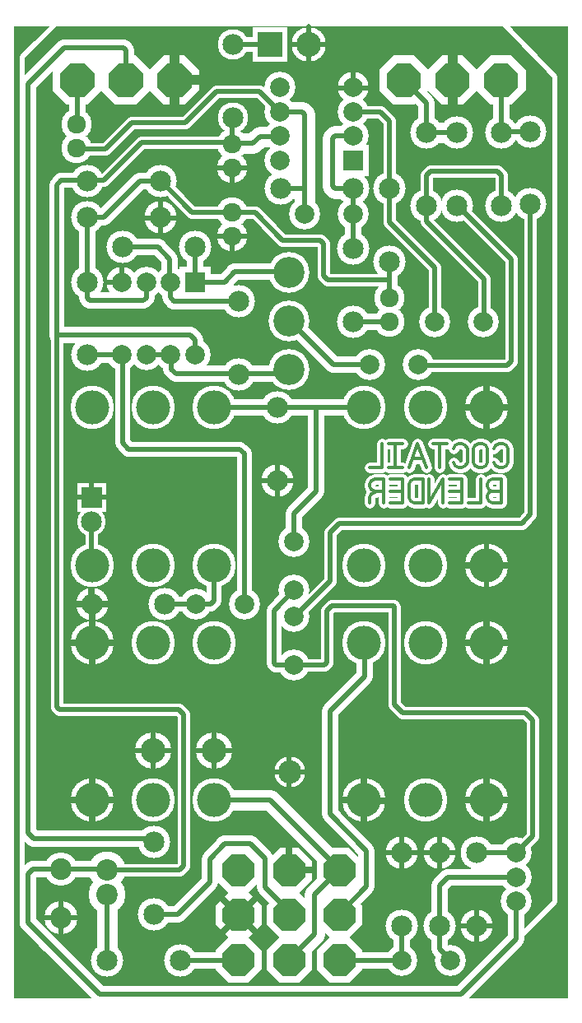
<source format=gbr>
%FSLAX34Y34*%
%MOMM*%
%LNCOPPER_BOTTOM*%
G71*
G01*
%ADD10C, 4.490*%
%ADD11C, 3.800*%
%ADD12C, 0.700*%
%ADD13C, 2.100*%
%ADD14C, 3.340*%
%ADD15C, 1.700*%
%ADD16C, 3.200*%
%ADD17C, 0.500*%
%ADD18C, 1.000*%
%ADD19C, 1.500*%
%ADD20C, 3.420*%
%ADD21C, 4.200*%
%ADD22C, 3.120*%
%ADD23C, 3.140*%
%ADD24C, 3.560*%
%ADD25C, 1.300*%
%ADD26C, 3.760*%
%ADD27C, 1.100*%
%ADD28C, 2.940*%
%ADD29C, 3.490*%
%ADD30C, 2.200*%
%ADD31C, 2.140*%
%ADD32C, 2.000*%
%ADD33C, 2.220*%
%ADD34C, 3.200*%
%ADD35C, 1.920*%
%ADD36C, 2.560*%
%ADD37C, 2.560*%
%ADD38C, 0.300*%
%ADD39C, 2.400*%
%LPD*%
G36*
X-60000Y60000D02*
X510000Y60000D01*
X510000Y-940000D01*
X-60000Y-940000D01*
X-60000Y60000D01*
G37*
%LPC*%
X426200Y-735950D02*
G54D10*
D03*
X363200Y-735950D02*
G54D10*
D03*
X300200Y-735950D02*
G54D10*
D03*
X300200Y-573950D02*
G54D10*
D03*
X363200Y-573950D02*
G54D10*
D03*
X426200Y-573950D02*
G54D10*
D03*
G36*
X199700Y-844197D02*
X213447Y-830450D01*
X232953Y-830450D01*
X246700Y-844197D01*
X246700Y-863703D01*
X232953Y-877450D01*
X213447Y-877450D01*
X199700Y-863703D01*
X199700Y-844197D01*
G37*
G36*
X147700Y-844197D02*
X161447Y-830450D01*
X180953Y-830450D01*
X194700Y-844197D01*
X194700Y-863703D01*
X180953Y-877450D01*
X161447Y-877450D01*
X147700Y-863703D01*
X147700Y-844197D01*
G37*
G36*
X251700Y-844197D02*
X265447Y-830450D01*
X284953Y-830450D01*
X298700Y-844197D01*
X298700Y-863703D01*
X284953Y-877450D01*
X265447Y-877450D01*
X251700Y-863703D01*
X251700Y-844197D01*
G37*
G36*
X251700Y-890197D02*
X265447Y-876450D01*
X284953Y-876450D01*
X298700Y-890197D01*
X298700Y-909703D01*
X284953Y-923450D01*
X265447Y-923450D01*
X251700Y-909703D01*
X251700Y-890197D01*
G37*
G36*
X199700Y-890197D02*
X213447Y-876450D01*
X232953Y-876450D01*
X246700Y-890197D01*
X246700Y-909703D01*
X232953Y-923450D01*
X213447Y-923450D01*
X199700Y-909703D01*
X199700Y-890197D01*
G37*
G36*
X147700Y-890197D02*
X161447Y-876450D01*
X180953Y-876450D01*
X194700Y-890197D01*
X194700Y-909703D01*
X180953Y-923450D01*
X161447Y-923450D01*
X147700Y-909703D01*
X147700Y-890197D01*
G37*
G36*
X251700Y-798197D02*
X265447Y-784450D01*
X284953Y-784450D01*
X298700Y-798197D01*
X298700Y-817703D01*
X284953Y-831450D01*
X265447Y-831450D01*
X251700Y-817703D01*
X251700Y-798197D01*
G37*
G36*
X199700Y-798197D02*
X213447Y-784450D01*
X232953Y-784450D01*
X246700Y-798197D01*
X246700Y-817703D01*
X232953Y-831450D01*
X213447Y-831450D01*
X199700Y-817703D01*
X199700Y-798197D01*
G37*
G36*
X147700Y-798197D02*
X161447Y-784450D01*
X180953Y-784450D01*
X194700Y-798197D01*
X194700Y-817703D01*
X180953Y-831450D01*
X161447Y-831450D01*
X147700Y-817703D01*
X147700Y-798197D01*
G37*
X20200Y-573950D02*
G54D10*
D03*
X83200Y-573950D02*
G54D10*
D03*
X146200Y-573950D02*
G54D10*
D03*
X146200Y-735950D02*
G54D10*
D03*
X83200Y-735950D02*
G54D10*
D03*
X20200Y-735950D02*
G54D10*
D03*
X426200Y-493950D02*
G54D10*
D03*
X363200Y-493950D02*
G54D10*
D03*
X300200Y-493950D02*
G54D10*
D03*
X300200Y-331950D02*
G54D10*
D03*
X363200Y-331950D02*
G54D10*
D03*
X426200Y-331950D02*
G54D10*
D03*
X20200Y-331950D02*
G54D10*
D03*
X83200Y-331950D02*
G54D10*
D03*
X146200Y-331950D02*
G54D10*
D03*
X146200Y-493950D02*
G54D10*
D03*
X83200Y-493950D02*
G54D10*
D03*
X20200Y-493950D02*
G54D10*
D03*
X36200Y-832950D02*
G54D11*
D03*
X36200Y-807550D02*
G54D11*
D03*
G54D12*
X-3800Y-573950D02*
X47200Y-573950D01*
G54D12*
X20200Y-598950D02*
X20200Y-547950D01*
G54D12*
X20200Y-709950D02*
X20200Y-760950D01*
G54D12*
X47200Y-735950D02*
X-5800Y-735950D01*
G54D12*
X426200Y-760950D02*
X426200Y-709950D01*
G54D12*
X404200Y-735950D02*
X453200Y-735950D01*
G54D12*
X403200Y-573950D02*
X452200Y-573950D01*
G54D12*
X426200Y-599950D02*
X426200Y-550950D01*
G54D12*
X403200Y-493950D02*
X451200Y-493950D01*
G54D12*
X402000Y-331950D02*
X451200Y-331950D01*
G54D12*
X426200Y-355950D02*
X426200Y-306950D01*
G54D12*
X171200Y-853950D02*
X187200Y-869950D01*
G54D12*
X171200Y-853950D02*
X155200Y-837950D01*
G54D12*
X171200Y-853950D02*
X187200Y-837950D01*
G54D12*
X171200Y-853950D02*
X171200Y-854950D01*
X156200Y-869950D01*
G54D13*
X272200Y-807950D02*
X272200Y-809950D01*
X249200Y-832950D01*
X249200Y-873950D01*
X221200Y-901950D01*
G54D13*
X146200Y-735950D02*
X203200Y-735950D01*
X274200Y-806950D01*
X35900Y-900950D02*
G54D14*
D03*
X110900Y-900950D02*
G54D14*
D03*
X35900Y-900950D02*
G54D14*
D03*
X110900Y-900950D02*
G54D14*
D03*
G54D15*
X170200Y-900950D02*
X113200Y-900950D01*
X112200Y-899950D01*
G54D12*
X300200Y-759950D02*
X300200Y-712950D01*
G54D12*
X327600Y-736050D02*
X277800Y-735850D01*
G54D12*
X223200Y-806950D02*
X223200Y-779950D01*
G54D12*
X224200Y-807950D02*
X248200Y-807950D01*
X456700Y-789950D02*
G54D16*
D03*
X456700Y-839950D02*
G54D16*
D03*
X456700Y-814950D02*
G54D16*
D03*
X339200Y-900950D02*
G54D16*
D03*
X389200Y-900950D02*
G54D16*
D03*
X339200Y-789950D02*
G54D14*
D03*
X339200Y-864950D02*
G54D14*
D03*
X339200Y-789950D02*
G54D14*
D03*
X339200Y-864950D02*
G54D14*
D03*
X83800Y-778650D02*
G54D14*
D03*
X83800Y-853650D02*
G54D14*
D03*
X83800Y-778650D02*
G54D14*
D03*
X83800Y-853650D02*
G54D14*
D03*
X177200Y-533950D02*
G54D16*
D03*
X127200Y-533950D02*
G54D16*
D03*
X20200Y-533950D02*
G54D14*
D03*
X95200Y-533950D02*
G54D14*
D03*
X20200Y-533950D02*
G54D14*
D03*
X95200Y-533950D02*
G54D14*
D03*
G54D12*
X20200Y-547950D02*
X20100Y-519750D01*
G54D12*
X2200Y-533950D02*
X36200Y-533950D01*
X238973Y-133150D02*
G54D16*
D03*
X288973Y-133150D02*
G54D16*
D03*
G54D17*
X321200Y-789950D02*
X358200Y-789950D01*
G54D17*
X339200Y-807950D02*
X339200Y-769950D01*
G54D13*
X36200Y-900950D02*
X36200Y-832950D01*
X39200Y-829950D01*
G36*
X15783Y30550D02*
X30700Y15633D01*
X30700Y-5533D01*
X15783Y-20450D01*
X-5383Y-20450D01*
X-20300Y-5533D01*
X-20300Y15633D01*
X-5383Y30550D01*
X15783Y30550D01*
G37*
G36*
X65783Y30550D02*
X80700Y15633D01*
X80700Y-5533D01*
X65783Y-20450D01*
X44617Y-20450D01*
X29700Y-5533D01*
X29700Y15633D01*
X44617Y30550D01*
X65783Y30550D01*
G37*
G36*
X115783Y30550D02*
X130700Y15633D01*
X130700Y-5533D01*
X115783Y-20450D01*
X94617Y-20450D01*
X79700Y-5533D01*
X79700Y15633D01*
X94617Y30550D01*
X115783Y30550D01*
G37*
G36*
X351783Y30550D02*
X366700Y15633D01*
X366700Y-5533D01*
X351783Y-20450D01*
X330617Y-20450D01*
X315700Y-5533D01*
X315700Y15633D01*
X330617Y30550D01*
X351783Y30550D01*
G37*
G36*
X401783Y30550D02*
X416700Y15633D01*
X416700Y-5533D01*
X401783Y-20450D01*
X380617Y-20450D01*
X365700Y-5533D01*
X365700Y15633D01*
X380617Y30550D01*
X401783Y30550D01*
G37*
G36*
X451783Y30550D02*
X466700Y15633D01*
X466700Y-5533D01*
X451783Y-20450D01*
X430617Y-20450D01*
X415700Y-5533D01*
X415700Y15633D01*
X430617Y30550D01*
X451783Y30550D01*
G37*
G54D18*
X391200Y-21950D02*
X391200Y34050D01*
G54D18*
X105200Y-24950D02*
X105200Y34050D01*
G54D18*
X106200Y5050D02*
X136200Y5050D01*
X471200Y-47950D02*
G54D14*
D03*
X471200Y-122950D02*
G54D14*
D03*
X471200Y-47950D02*
G54D14*
D03*
X471200Y-122950D02*
G54D14*
D03*
G54D19*
X96200Y-533950D02*
X142800Y-533750D01*
X146100Y-530850D01*
X146200Y-497950D01*
X147200Y-496950D01*
X101200Y-202950D02*
G54D16*
D03*
X101200Y-277950D02*
G54D16*
D03*
X76200Y-277950D02*
G54D16*
D03*
X51200Y-277950D02*
G54D16*
D03*
X126200Y-277950D02*
G54D16*
D03*
X76200Y-202950D02*
G54D16*
D03*
X51200Y-202950D02*
G54D16*
D03*
G36*
X110200Y-218950D02*
X110200Y-186950D01*
X142200Y-186950D01*
X142200Y-218950D01*
X110200Y-218950D01*
G37*
G54D17*
X51200Y-186250D02*
X51200Y-201950D01*
G54D17*
X50200Y-202950D02*
X35200Y-202950D01*
X15200Y-277950D02*
G54D14*
D03*
X15200Y-202950D02*
G54D14*
D03*
X15200Y-277950D02*
G54D14*
D03*
X15200Y-202950D02*
G54D14*
D03*
X51541Y-166491D02*
G54D14*
D03*
X126541Y-166491D02*
G54D14*
D03*
X51541Y-166491D02*
G54D14*
D03*
X126541Y-166491D02*
G54D14*
D03*
X-11800Y-806950D02*
G54D20*
D03*
X-11800Y-856950D02*
G54D20*
D03*
G54D15*
X36200Y-806950D02*
X-19800Y-806950D01*
G54D17*
X-29800Y-856950D02*
X6200Y-856950D01*
G54D17*
X-11800Y-874950D02*
X-11800Y-837950D01*
G54D15*
X76200Y-277950D02*
X99200Y-277950D01*
X100200Y-276950D01*
G54D15*
X15200Y-277950D02*
X51200Y-277950D01*
X52200Y-276950D01*
X171300Y-297550D02*
G54D14*
D03*
X171300Y-222550D02*
G54D14*
D03*
X171300Y-297550D02*
G54D14*
D03*
X171300Y-222550D02*
G54D14*
D03*
G54D15*
X126200Y-202950D02*
X126200Y-165950D01*
G54D15*
X100200Y-202950D02*
X100200Y-178950D01*
X88200Y-166950D01*
X55200Y-166950D01*
X54200Y-165950D01*
G54D15*
X15200Y-202950D02*
X15200Y-218950D01*
X18200Y-221950D01*
X73200Y-221950D01*
X76200Y-218950D01*
X76200Y-202950D01*
X223200Y-242950D02*
G54D21*
D03*
X223200Y-192950D02*
G54D21*
D03*
X223200Y-292950D02*
G54D21*
D03*
X211200Y-406950D02*
G54D14*
D03*
X211200Y-331950D02*
G54D14*
D03*
X211200Y-406950D02*
G54D14*
D03*
X211200Y-331950D02*
G54D14*
D03*
G54D15*
X146200Y-331950D02*
X301200Y-331950D01*
X355708Y-288021D02*
G54D16*
D03*
X305708Y-288021D02*
G54D16*
D03*
X214200Y-106950D02*
G54D14*
D03*
X289200Y-106950D02*
G54D14*
D03*
X214200Y-106950D02*
G54D14*
D03*
X289200Y-106950D02*
G54D14*
D03*
X228200Y-469950D02*
G54D16*
D03*
X228200Y-519950D02*
G54D16*
D03*
X378200Y-789950D02*
G54D14*
D03*
X378200Y-864950D02*
G54D14*
D03*
X378200Y-789950D02*
G54D14*
D03*
X378200Y-864950D02*
G54D14*
D03*
G54D17*
X360200Y-789950D02*
X397200Y-789950D01*
G54D17*
X378200Y-807950D02*
X378200Y-769950D01*
X441200Y-48950D02*
G54D14*
D03*
X441200Y-123950D02*
G54D14*
D03*
X441200Y-48950D02*
G54D14*
D03*
X441200Y-123950D02*
G54D14*
D03*
X396000Y-48950D02*
G54D14*
D03*
X396000Y-123950D02*
G54D14*
D03*
X396000Y-48950D02*
G54D14*
D03*
X396000Y-123950D02*
G54D14*
D03*
X364700Y-48950D02*
G54D14*
D03*
X364700Y-123950D02*
G54D14*
D03*
X364700Y-48950D02*
G54D14*
D03*
X364700Y-123950D02*
G54D14*
D03*
G54D15*
X471200Y-47950D02*
X441200Y-47950D01*
X441200Y7050D01*
X440200Y8050D01*
X373041Y-243479D02*
G54D16*
D03*
X423041Y-243479D02*
G54D16*
D03*
X15800Y-136550D02*
G54D14*
D03*
X90800Y-136550D02*
G54D14*
D03*
X15800Y-136550D02*
G54D14*
D03*
X90800Y-136550D02*
G54D14*
D03*
X15800Y-98550D02*
G54D14*
D03*
X90800Y-98550D02*
G54D14*
D03*
X15800Y-98550D02*
G54D14*
D03*
X90800Y-98550D02*
G54D14*
D03*
G54D17*
X73200Y-136950D02*
X109200Y-136950D01*
G54D17*
X91200Y-118950D02*
X91200Y-153950D01*
X4900Y-40450D02*
G54D22*
D03*
X4900Y-65450D02*
G54D22*
D03*
G54D15*
X5200Y-37950D02*
X5200Y9050D01*
X6200Y10050D01*
X164810Y-155930D02*
G54D22*
D03*
X164810Y-130930D02*
G54D22*
D03*
G54D17*
X147810Y-155930D02*
X182810Y-155930D01*
G54D17*
X164810Y-155930D02*
X164810Y-171931D01*
X288843Y-52672D02*
G54D16*
D03*
X213843Y-52672D02*
G54D16*
D03*
X213843Y-27672D02*
G54D16*
D03*
X213843Y-2672D02*
G54D16*
D03*
X213843Y-77672D02*
G54D16*
D03*
X288843Y-27672D02*
G54D16*
D03*
X288843Y-2672D02*
G54D16*
D03*
G36*
X272843Y-61672D02*
X304843Y-61672D01*
X304843Y-93672D01*
X272843Y-93672D01*
X272843Y-61672D01*
G37*
X416200Y-865150D02*
G54D14*
D03*
X416200Y-790150D02*
G54D14*
D03*
X416200Y-865150D02*
G54D14*
D03*
X416200Y-790150D02*
G54D14*
D03*
G54D17*
X398200Y-865150D02*
X435200Y-865150D01*
G54D17*
X416200Y-847150D02*
X416200Y-885150D01*
G54D15*
X455200Y-789950D02*
X438200Y-789950D01*
X416200Y-789950D01*
X415200Y-790950D01*
X228200Y-546950D02*
G54D16*
D03*
X228200Y-596950D02*
G54D16*
D03*
G54D17*
X426200Y-518950D02*
X426200Y-468950D01*
G54D15*
X339200Y-864950D02*
X339200Y-901950D01*
X338200Y-902950D01*
G54D15*
X338200Y-900950D02*
X282200Y-900950D01*
X278200Y-896950D01*
G54D15*
X378200Y-863950D02*
X378200Y-888950D01*
X389200Y-899950D01*
G54D17*
X194200Y-406950D02*
X229200Y-406950D01*
G54D17*
X211200Y-424950D02*
X211200Y-387950D01*
G54D15*
X228200Y-468950D02*
X228200Y-440950D01*
X251200Y-417950D01*
X251200Y-331950D01*
X326200Y-106950D02*
G54D14*
D03*
X326200Y-181950D02*
G54D14*
D03*
X326200Y-106950D02*
G54D14*
D03*
X326200Y-181950D02*
G54D14*
D03*
X288741Y-168608D02*
G54D14*
D03*
X288741Y-243608D02*
G54D14*
D03*
X288741Y-168608D02*
G54D14*
D03*
X288741Y-243608D02*
G54D14*
D03*
G54D15*
X289200Y-110950D02*
X289200Y-167950D01*
X288200Y-168950D01*
X326200Y-218850D02*
G54D22*
D03*
X326200Y-243850D02*
G54D22*
D03*
G54D15*
X289200Y-243950D02*
X326200Y-243950D01*
G54D15*
X326200Y-218950D02*
X326200Y-184950D01*
X164849Y-85499D02*
G54D22*
D03*
X164849Y-60499D02*
G54D22*
D03*
G54D17*
X147850Y-85499D02*
X182849Y-85499D01*
G54D17*
X164849Y-85499D02*
X164849Y-101399D01*
X165041Y41691D02*
G54D23*
D03*
X165041Y-33309D02*
G54D23*
D03*
X165041Y41691D02*
G54D23*
D03*
X165041Y-33309D02*
G54D23*
D03*
G54D17*
X309200Y-2950D02*
X270200Y-2950D01*
G54D17*
X289200Y-2950D02*
X289200Y17050D01*
G36*
X185400Y59650D02*
X221000Y59650D01*
X221000Y24050D01*
X185400Y24050D01*
X185400Y59650D01*
G37*
X243200Y41850D02*
G54D24*
D03*
G54D19*
X171200Y41850D02*
X203200Y41850D01*
X204200Y40850D01*
G54D17*
X225200Y41850D02*
X262200Y41850D01*
G54D17*
X243200Y59850D02*
X243200Y20850D01*
G54D17*
X-51400Y-726950D02*
X-51400Y-864450D01*
X-26500Y-889350D01*
G54D17*
X-51400Y-4465D02*
X-51400Y28635D01*
X7700Y87735D01*
X420600Y87735D01*
X496800Y8360D01*
X496800Y-840365D01*
X451400Y-885765D01*
G54D15*
X101700Y-277450D02*
X101700Y-292450D01*
X106700Y-297450D01*
X225700Y-297450D01*
X226700Y-296450D01*
G54D15*
X-14700Y-257350D02*
X121700Y-257450D01*
X126700Y-262450D01*
X126700Y-278450D01*
G36*
X14700Y-258450D02*
X14700Y-281450D01*
X15700Y-282450D01*
X91700Y-282450D01*
X108700Y-299450D01*
X126300Y-297750D01*
X126400Y-282150D01*
X125900Y-262250D01*
X118700Y-257450D01*
X20700Y-257450D01*
X16700Y-261450D01*
X14700Y-258450D01*
G37*
G54D17*
X14700Y-258450D02*
X14700Y-281450D01*
X15700Y-282450D01*
X91700Y-282450D01*
X108700Y-299450D01*
X126300Y-297750D01*
X126400Y-282150D01*
X125900Y-262250D01*
X118700Y-257450D01*
X20700Y-257450D01*
X16700Y-261450D01*
X14700Y-258450D01*
G36*
X49700Y-200450D02*
X49700Y-221450D01*
X71700Y-221450D01*
X85700Y-207450D01*
X90700Y-207450D01*
X105700Y-222450D01*
X163700Y-221650D01*
X163900Y-202350D01*
X129600Y-199650D01*
X52700Y-199450D01*
X49700Y-200450D01*
G37*
G54D17*
X49700Y-200450D02*
X49700Y-221450D01*
X71700Y-221450D01*
X85700Y-207450D01*
X90700Y-207450D01*
X105700Y-222450D01*
X163700Y-221650D01*
X163900Y-202350D01*
X129600Y-199650D01*
X52700Y-199450D01*
X49700Y-200450D01*
G36*
X207700Y-27450D02*
X207700Y-112450D01*
X209700Y-114450D01*
X221700Y-114450D01*
X234700Y-101450D01*
X234700Y-33450D01*
X227700Y-26450D01*
X219700Y-26450D01*
X216700Y-23450D01*
X207700Y-27450D01*
G37*
G54D17*
X207700Y-27450D02*
X207700Y-112450D01*
X209700Y-114450D01*
X221700Y-114450D01*
X234700Y-101450D01*
X234700Y-33450D01*
X227700Y-26450D01*
X219700Y-26450D01*
X216700Y-23450D01*
X207700Y-27450D01*
G36*
X272700Y-106450D02*
X265700Y-99450D01*
X265700Y-58450D01*
X273700Y-50450D01*
X294700Y-50450D01*
X295700Y-51450D01*
X295700Y-108450D01*
X292700Y-111450D01*
X272700Y-106450D01*
G37*
G54D17*
X272700Y-106450D02*
X265700Y-99450D01*
X265700Y-58450D01*
X273700Y-50450D01*
X294700Y-50450D01*
X295700Y-51450D01*
X295700Y-108450D01*
X292700Y-111450D01*
X272700Y-106450D01*
G36*
X5700Y30550D02*
X5700Y26550D01*
X25700Y6550D01*
X31700Y6550D01*
X51700Y26550D01*
X51700Y31550D01*
X50700Y32550D01*
X8700Y32550D01*
X6700Y30550D01*
X5700Y30550D01*
G37*
G54D17*
X5700Y30550D02*
X5700Y26550D01*
X25700Y6550D01*
X31700Y6550D01*
X51700Y26550D01*
X51700Y31550D01*
X50700Y32550D01*
X8700Y32550D01*
X6700Y30550D01*
X5700Y30550D01*
G54D15*
X15400Y-203050D02*
X15400Y-137050D01*
X15900Y-136550D01*
X32100Y-136550D01*
X70000Y-98650D01*
X91800Y-98650D01*
G54D25*
X15800Y-98350D02*
X32700Y-98350D01*
X71500Y-59550D01*
X163900Y-59550D01*
X164100Y-59750D01*
G54D25*
X164900Y-59750D02*
X164900Y-33850D01*
X164700Y-33650D01*
G54D25*
X4700Y-65550D02*
X34300Y-65550D01*
X61000Y-38850D01*
X116400Y-38850D01*
X148800Y-6450D01*
X192400Y-6450D01*
X213900Y-27950D01*
G54D15*
X172000Y-222250D02*
X104800Y-222250D01*
X101000Y-218450D01*
X101000Y-202550D01*
G54D15*
X125700Y-202950D02*
X156700Y-202950D01*
X167300Y-192350D01*
X221300Y-192350D01*
G54D25*
X471300Y-122750D02*
X471300Y-441850D01*
X462300Y-450850D01*
X274200Y-450850D01*
X264900Y-460150D01*
X264900Y-510550D01*
X228200Y-547250D01*
G54D15*
X223200Y-242950D02*
X223600Y-242950D01*
X268600Y-287950D01*
X304200Y-287950D01*
X305600Y-289350D01*
G54D25*
X372900Y-243450D02*
X372900Y-187850D01*
X326300Y-141250D01*
X326300Y-109950D01*
X326500Y-109750D01*
G54D25*
X326200Y-109950D02*
X326200Y-37150D01*
X317000Y-27950D01*
X288200Y-27950D01*
X287500Y-27250D01*
G54D13*
X289000Y-52550D02*
X270400Y-52550D01*
X268200Y-54750D01*
X268200Y-104350D01*
X270600Y-106750D01*
X290800Y-106750D01*
G54D13*
X239000Y-133050D02*
X239000Y-30550D01*
X236200Y-27750D01*
X214900Y-27750D01*
X214800Y-27650D01*
G54D13*
X214400Y-106950D02*
X238800Y-106950D01*
X238900Y-106850D01*
G54D13*
X214200Y-52850D02*
X193000Y-52850D01*
X185800Y-60050D01*
X165000Y-60050D01*
X164200Y-60850D01*
G54D25*
X164800Y-130750D02*
X123400Y-130750D01*
X90800Y-98150D01*
G54D15*
X278500Y-858050D02*
X278500Y-849050D01*
X302700Y-824850D01*
X302700Y-788050D01*
X264900Y-750250D01*
X264900Y-643950D01*
X300500Y-608350D01*
X300500Y-572850D01*
X300800Y-572550D01*
G54D15*
X83900Y-853550D02*
X108500Y-853550D01*
X141600Y-820550D01*
X141600Y-796550D01*
X157300Y-780850D01*
X183200Y-780850D01*
X198300Y-795950D01*
X198300Y-825750D01*
X225100Y-852550D01*
G54D15*
X-11300Y-806950D02*
X-40500Y-806950D01*
X-45400Y-811850D01*
X-45400Y-861950D01*
X27850Y-935200D01*
X400250Y-935200D01*
X456600Y-878850D01*
X456600Y-839350D01*
X455200Y-837950D01*
X146300Y-685050D02*
G54D26*
D03*
X82900Y-685050D02*
G54D26*
D03*
G54D17*
X103200Y-684750D02*
X63600Y-684750D01*
G54D17*
X83200Y-665150D02*
X83200Y-705050D01*
X83300Y-705150D01*
G54D17*
X146300Y-665450D02*
X146300Y-704750D01*
X146200Y-704850D01*
G54D17*
X126100Y-684550D02*
X166400Y-684550D01*
X166500Y-684450D01*
G54D25*
X36300Y-807450D02*
X110400Y-807450D01*
X114800Y-803250D01*
X114700Y-647950D01*
X109500Y-642650D01*
X-13400Y-642650D01*
X-15900Y-640150D01*
X-15900Y-256250D01*
X-15800Y-256150D01*
G54D19*
X-15900Y-257950D02*
X-15900Y-103050D01*
X-11200Y-98350D01*
X16100Y-98350D01*
X16400Y-98650D01*
G54D19*
X228300Y-519650D02*
X228300Y-519850D01*
X207400Y-540750D01*
X207400Y-594750D01*
X209700Y-597050D01*
X230500Y-597050D01*
G54D15*
X378200Y-864850D02*
X378200Y-823250D01*
X386500Y-814950D01*
X454800Y-814950D01*
X455800Y-815950D01*
G36*
X413000Y-788350D02*
X413000Y-813650D01*
X413500Y-814150D01*
X456800Y-814150D01*
X458100Y-815450D01*
X458100Y-789250D01*
X457800Y-788950D01*
X413000Y-788350D01*
G37*
G54D17*
X413000Y-788350D02*
X413000Y-813650D01*
X413500Y-814150D01*
X456800Y-814150D01*
X458100Y-815450D01*
X458100Y-789250D01*
X457800Y-788950D01*
X413000Y-788350D01*
G54D15*
X82900Y-775050D02*
X-39900Y-775050D01*
X-45200Y-769750D01*
X-45200Y750D01*
X-7900Y38050D01*
X53000Y38050D01*
X55700Y35350D01*
X55700Y5050D01*
X55600Y4950D01*
G54D25*
X441200Y-123450D02*
X441200Y-92750D01*
X437400Y-88950D01*
X368900Y-88950D01*
X364700Y-93150D01*
X364700Y-140750D01*
X423500Y-199550D01*
X423500Y-243750D01*
X423000Y-244250D01*
G54D25*
X395700Y-124250D02*
X396400Y-124250D01*
X451200Y-179050D01*
X451200Y-284350D01*
X447200Y-288350D01*
X358000Y-288350D01*
X357500Y-288850D01*
G54D15*
X364400Y-48550D02*
X364400Y-18550D01*
X346100Y-250D01*
G54D13*
X365000Y-48550D02*
X397800Y-48550D01*
X398900Y-49650D01*
G54D25*
X164500Y-131050D02*
X188000Y-131050D01*
X216500Y-159550D01*
X255000Y-159550D01*
X258300Y-162850D01*
X258300Y-196050D01*
X262600Y-200350D01*
X326000Y-200350D01*
X326100Y-200450D01*
G54D27*
X433850Y-388900D02*
X435650Y-391900D01*
X439250Y-393400D01*
X442850Y-393400D01*
X446450Y-391900D01*
X448250Y-388900D01*
X448250Y-373900D01*
X446450Y-370900D01*
X442850Y-369400D01*
X439250Y-369400D01*
X435650Y-370900D01*
X433850Y-373900D01*
G54D27*
X412850Y-373900D02*
X412850Y-388900D01*
X414650Y-391900D01*
X418250Y-393400D01*
X421850Y-393400D01*
X425450Y-391900D01*
X427250Y-388900D01*
X427250Y-373900D01*
X425450Y-370900D01*
X421850Y-369400D01*
X418250Y-369400D01*
X414650Y-370900D01*
X412850Y-373900D01*
G54D27*
X391850Y-388900D02*
X393650Y-391900D01*
X397250Y-393400D01*
X400850Y-393400D01*
X404450Y-391900D01*
X406250Y-388900D01*
X406250Y-373900D01*
X404450Y-370900D01*
X400850Y-369400D01*
X397250Y-369400D01*
X393650Y-370900D01*
X391850Y-373900D01*
G54D27*
X378050Y-393400D02*
X378050Y-369400D01*
G54D27*
X385250Y-369400D02*
X370850Y-369400D01*
G54D27*
X364250Y-393400D02*
X355250Y-369400D01*
X346250Y-393400D01*
G54D27*
X360650Y-384400D02*
X349850Y-384400D01*
G54D27*
X339650Y-393400D02*
X325250Y-393400D01*
G54D27*
X332450Y-393400D02*
X332450Y-369400D01*
G54D27*
X339650Y-369400D02*
X325250Y-369400D01*
G54D27*
X318650Y-369400D02*
X318650Y-393400D01*
X306050Y-393400D01*
G54D27*
X441050Y-429750D02*
X441050Y-405750D01*
X432050Y-405750D01*
X428450Y-407250D01*
X426650Y-410250D01*
X426650Y-413250D01*
X428450Y-416250D01*
X432050Y-417750D01*
X428450Y-419250D01*
X426650Y-422250D01*
X426650Y-425250D01*
X428450Y-428250D01*
X432050Y-429750D01*
X441050Y-429750D01*
G54D27*
X441050Y-417750D02*
X432050Y-417750D01*
G54D27*
X420050Y-405750D02*
X420050Y-429750D01*
X407450Y-429750D01*
G54D27*
X388250Y-429750D02*
X400850Y-429750D01*
X400850Y-405750D01*
X388250Y-405750D01*
G54D27*
X400850Y-417750D02*
X388250Y-417750D01*
G54D27*
X381650Y-429750D02*
X381650Y-405750D01*
X367250Y-429750D01*
X367250Y-405750D01*
G54D27*
X360650Y-429750D02*
X360650Y-405750D01*
X351650Y-405750D01*
X348050Y-407250D01*
X346250Y-410250D01*
X346250Y-425250D01*
X348050Y-428250D01*
X351650Y-429750D01*
X360650Y-429750D01*
G54D27*
X327050Y-429750D02*
X339650Y-429750D01*
X339650Y-405750D01*
X327050Y-405750D01*
G54D27*
X339650Y-417750D02*
X327050Y-417750D01*
G54D27*
X313250Y-417750D02*
X307850Y-420750D01*
X306050Y-423750D01*
X306050Y-429750D01*
G54D27*
X320450Y-429750D02*
X320450Y-405750D01*
X311450Y-405750D01*
X307850Y-407250D01*
X306050Y-410250D01*
X306050Y-413250D01*
X307850Y-416250D01*
X311450Y-417750D01*
X320450Y-417750D01*
X223400Y-707150D02*
G54D16*
D03*
G54D17*
X204900Y-707150D02*
X241900Y-707150D01*
G54D17*
X223300Y-724950D02*
X223300Y-688350D01*
G54D19*
X177100Y-534250D02*
X177100Y-379250D01*
X172400Y-374550D01*
X57800Y-374550D01*
X51700Y-368450D01*
X51700Y-281050D01*
X49500Y-278850D01*
G36*
X34700Y-439050D02*
X5300Y-439050D01*
X5300Y-409650D01*
X34700Y-409650D01*
X34700Y-439050D01*
G37*
X20000Y-449350D02*
G54D28*
D03*
G54D25*
X19900Y-493350D02*
X19900Y-449750D01*
X20100Y-449550D01*
G54D17*
X3600Y-424050D02*
X37700Y-424050D01*
X37800Y-423950D01*
G54D17*
X20100Y-423850D02*
X20100Y-405050D01*
G54D25*
X228500Y-596750D02*
X259600Y-596750D01*
X262200Y-594150D01*
X262200Y-540750D01*
X267300Y-535650D01*
X330200Y-535650D01*
X331700Y-537150D01*
X331700Y-637550D01*
X339600Y-645450D01*
X466000Y-645450D01*
X473800Y-653250D01*
X473800Y-772550D01*
X456600Y-789750D01*
%LPD*%
X426200Y-735950D02*
G54D29*
D03*
X363200Y-735950D02*
G54D29*
D03*
X300200Y-735950D02*
G54D29*
D03*
X300200Y-573950D02*
G54D29*
D03*
X363200Y-573950D02*
G54D29*
D03*
X426200Y-573950D02*
G54D29*
D03*
G36*
X206700Y-847102D02*
X216352Y-837450D01*
X230048Y-837450D01*
X239700Y-847102D01*
X239700Y-860798D01*
X230048Y-870450D01*
X216352Y-870450D01*
X206700Y-860798D01*
X206700Y-847102D01*
G37*
G36*
X154700Y-847150D02*
X164400Y-837450D01*
X178000Y-837450D01*
X187700Y-847150D01*
X187700Y-860750D01*
X178000Y-870450D01*
X164400Y-870450D01*
X154700Y-860750D01*
X154700Y-847150D01*
G37*
G36*
X258700Y-847102D02*
X268352Y-837450D01*
X282048Y-837450D01*
X291700Y-847102D01*
X291700Y-860798D01*
X282048Y-870450D01*
X268352Y-870450D01*
X258700Y-860798D01*
X258700Y-847102D01*
G37*
G36*
X258700Y-893102D02*
X268352Y-883450D01*
X282048Y-883450D01*
X291700Y-893102D01*
X291700Y-906798D01*
X282048Y-916450D01*
X268352Y-916450D01*
X258700Y-906798D01*
X258700Y-893102D01*
G37*
G36*
X206700Y-893102D02*
X216352Y-883450D01*
X230048Y-883450D01*
X239700Y-893102D01*
X239700Y-906798D01*
X230048Y-916450D01*
X216352Y-916450D01*
X206700Y-906798D01*
X206700Y-893102D01*
G37*
G36*
X154700Y-893102D02*
X164352Y-883450D01*
X178048Y-883450D01*
X187700Y-893102D01*
X187700Y-906798D01*
X178048Y-916450D01*
X164352Y-916450D01*
X154700Y-906798D01*
X154700Y-893102D01*
G37*
G36*
X258700Y-801150D02*
X268400Y-791450D01*
X282000Y-791450D01*
X291700Y-801150D01*
X291700Y-814750D01*
X282000Y-824450D01*
X268400Y-824450D01*
X258700Y-814750D01*
X258700Y-801150D01*
G37*
G36*
X206700Y-801102D02*
X216352Y-791450D01*
X230048Y-791450D01*
X239700Y-801102D01*
X239700Y-814798D01*
X230048Y-824450D01*
X216352Y-824450D01*
X206700Y-814798D01*
X206700Y-801102D01*
G37*
G36*
X154700Y-801150D02*
X164400Y-791450D01*
X178000Y-791450D01*
X187700Y-801150D01*
X187700Y-814750D01*
X178000Y-824450D01*
X164400Y-824450D01*
X154700Y-814750D01*
X154700Y-801150D01*
G37*
X20200Y-573950D02*
G54D29*
D03*
X83200Y-573950D02*
G54D29*
D03*
X146200Y-573950D02*
G54D29*
D03*
X146200Y-735950D02*
G54D29*
D03*
X83200Y-735950D02*
G54D29*
D03*
X20200Y-735950D02*
G54D29*
D03*
X426200Y-493950D02*
G54D29*
D03*
X363200Y-493950D02*
G54D29*
D03*
X300200Y-493950D02*
G54D29*
D03*
X300200Y-331950D02*
G54D29*
D03*
X363200Y-331950D02*
G54D29*
D03*
X426200Y-331950D02*
G54D29*
D03*
X20200Y-331950D02*
G54D29*
D03*
X83200Y-331950D02*
G54D29*
D03*
X146200Y-331950D02*
G54D29*
D03*
X146200Y-493950D02*
G54D29*
D03*
X83200Y-493950D02*
G54D29*
D03*
X20200Y-493950D02*
G54D29*
D03*
X36200Y-832950D02*
G54D30*
D03*
X36200Y-807550D02*
G54D30*
D03*
G54D12*
X-3800Y-573950D02*
X47200Y-573950D01*
G54D12*
X20200Y-598950D02*
X20200Y-547950D01*
G54D12*
X20200Y-709950D02*
X20200Y-760950D01*
G54D12*
X47200Y-735950D02*
X-5800Y-735950D01*
G54D12*
X426200Y-760950D02*
X426200Y-709950D01*
G54D12*
X404200Y-735950D02*
X453200Y-735950D01*
G54D12*
X403200Y-573950D02*
X452200Y-573950D01*
G54D12*
X426200Y-599950D02*
X426200Y-550950D01*
G54D12*
X403200Y-493950D02*
X451200Y-493950D01*
G54D12*
X402000Y-331950D02*
X451200Y-331950D01*
G54D12*
X426200Y-355950D02*
X426200Y-306950D01*
G54D12*
X171200Y-853950D02*
X187200Y-869950D01*
G54D12*
X171200Y-853950D02*
X155200Y-837950D01*
G54D12*
X171200Y-853950D02*
X187200Y-837950D01*
G54D12*
X171200Y-853950D02*
X171200Y-854950D01*
X156200Y-869950D01*
G54D17*
X272200Y-807950D02*
X272200Y-809950D01*
X249200Y-832950D01*
X249200Y-873950D01*
X221200Y-901950D01*
G54D17*
X146200Y-735950D02*
X203200Y-735950D01*
X274200Y-806950D01*
X35900Y-900950D02*
G54D31*
D03*
X110900Y-900950D02*
G54D31*
D03*
X35900Y-900950D02*
G54D31*
D03*
X110900Y-900950D02*
G54D31*
D03*
G54D17*
X170200Y-900950D02*
X113200Y-900950D01*
X112200Y-899950D01*
G54D12*
X300200Y-759950D02*
X300200Y-712950D01*
G54D12*
X327600Y-736050D02*
X277800Y-735850D01*
G54D12*
X223200Y-806950D02*
X223200Y-779950D01*
G54D12*
X224200Y-807950D02*
X248200Y-807950D01*
X456700Y-789950D02*
G54D32*
D03*
X456700Y-839950D02*
G54D32*
D03*
X456700Y-814950D02*
G54D32*
D03*
X339200Y-900950D02*
G54D32*
D03*
X389200Y-900950D02*
G54D32*
D03*
X339200Y-789950D02*
G54D31*
D03*
X339200Y-864950D02*
G54D31*
D03*
X339200Y-789950D02*
G54D31*
D03*
X339200Y-864950D02*
G54D31*
D03*
X83800Y-778650D02*
G54D31*
D03*
X83800Y-853650D02*
G54D31*
D03*
X83800Y-778650D02*
G54D31*
D03*
X83800Y-853650D02*
G54D31*
D03*
X177200Y-533950D02*
G54D32*
D03*
X127200Y-533950D02*
G54D32*
D03*
X20200Y-533950D02*
G54D31*
D03*
X95200Y-533950D02*
G54D31*
D03*
X20200Y-533950D02*
G54D31*
D03*
X95200Y-533950D02*
G54D31*
D03*
G54D12*
X20200Y-547950D02*
X20100Y-519750D01*
G54D12*
X2200Y-533950D02*
X36200Y-533950D01*
X238973Y-133150D02*
G54D32*
D03*
X288973Y-133150D02*
G54D32*
D03*
G54D17*
X321200Y-789950D02*
X358200Y-789950D01*
G54D17*
X339200Y-807950D02*
X339200Y-769950D01*
G54D17*
X36200Y-900950D02*
X36200Y-832950D01*
X39200Y-829950D01*
G36*
X12462Y22550D02*
X22700Y12312D01*
X22700Y-2212D01*
X12462Y-12450D01*
X-2062Y-12450D01*
X-12300Y-2212D01*
X-12300Y12312D01*
X-2062Y22550D01*
X12462Y22550D01*
G37*
G36*
X62462Y22550D02*
X72700Y12312D01*
X72700Y-2212D01*
X62462Y-12450D01*
X47938Y-12450D01*
X37700Y-2212D01*
X37700Y12312D01*
X47938Y22550D01*
X62462Y22550D01*
G37*
G36*
X112462Y22550D02*
X122700Y12312D01*
X122700Y-2212D01*
X112462Y-12450D01*
X97938Y-12450D01*
X87700Y-2212D01*
X87700Y12312D01*
X97938Y22550D01*
X112462Y22550D01*
G37*
G36*
X348462Y22550D02*
X358700Y12312D01*
X358700Y-2212D01*
X348462Y-12450D01*
X333938Y-12450D01*
X323700Y-2212D01*
X323700Y12312D01*
X333938Y22550D01*
X348462Y22550D01*
G37*
G36*
X398462Y22550D02*
X408700Y12312D01*
X408700Y-2212D01*
X398462Y-12450D01*
X383938Y-12450D01*
X373700Y-2212D01*
X373700Y12312D01*
X383938Y22550D01*
X398462Y22550D01*
G37*
G36*
X448462Y22550D02*
X458700Y12312D01*
X458700Y-2212D01*
X448462Y-12450D01*
X433938Y-12450D01*
X423700Y-2212D01*
X423700Y12312D01*
X433938Y22550D01*
X448462Y22550D01*
G37*
G54D18*
X391200Y-21950D02*
X391200Y34050D01*
G54D18*
X105200Y-24950D02*
X105200Y34050D01*
G54D18*
X106200Y5050D02*
X136200Y5050D01*
X471200Y-47950D02*
G54D31*
D03*
X471200Y-122950D02*
G54D31*
D03*
X471200Y-47950D02*
G54D31*
D03*
X471200Y-122950D02*
G54D31*
D03*
G54D17*
X96200Y-533950D02*
X142800Y-533750D01*
X146100Y-530850D01*
X146200Y-497950D01*
X147200Y-496950D01*
X101200Y-202950D02*
G54D32*
D03*
X101200Y-277950D02*
G54D32*
D03*
X76200Y-277950D02*
G54D32*
D03*
X51200Y-277950D02*
G54D32*
D03*
X126200Y-277950D02*
G54D32*
D03*
X76200Y-202950D02*
G54D32*
D03*
X51200Y-202950D02*
G54D32*
D03*
G36*
X116200Y-212950D02*
X116200Y-192950D01*
X136200Y-192950D01*
X136200Y-212950D01*
X116200Y-212950D01*
G37*
G54D17*
X51200Y-186250D02*
X51200Y-201950D01*
G54D17*
X50200Y-202950D02*
X35200Y-202950D01*
X15200Y-277950D02*
G54D31*
D03*
X15200Y-202950D02*
G54D31*
D03*
X15200Y-277950D02*
G54D31*
D03*
X15200Y-202950D02*
G54D31*
D03*
X51541Y-166491D02*
G54D31*
D03*
X126541Y-166491D02*
G54D31*
D03*
X51541Y-166491D02*
G54D31*
D03*
X126541Y-166491D02*
G54D31*
D03*
X-11800Y-806950D02*
G54D33*
D03*
X-11800Y-856950D02*
G54D33*
D03*
G54D17*
X36200Y-806950D02*
X-19800Y-806950D01*
G54D17*
X-29800Y-856950D02*
X6200Y-856950D01*
G54D17*
X-11800Y-874950D02*
X-11800Y-837950D01*
G54D17*
X76200Y-277950D02*
X99200Y-277950D01*
X100200Y-276950D01*
G54D17*
X15200Y-277950D02*
X51200Y-277950D01*
X52200Y-276950D01*
X171300Y-297550D02*
G54D31*
D03*
X171300Y-222550D02*
G54D31*
D03*
X171300Y-297550D02*
G54D31*
D03*
X171300Y-222550D02*
G54D31*
D03*
G54D17*
X126200Y-202950D02*
X126200Y-165950D01*
G54D17*
X100200Y-202950D02*
X100200Y-178950D01*
X88200Y-166950D01*
X55200Y-166950D01*
X54200Y-165950D01*
G54D17*
X15200Y-202950D02*
X15200Y-218950D01*
X18200Y-221950D01*
X73200Y-221950D01*
X76200Y-218950D01*
X76200Y-202950D01*
X223200Y-242950D02*
G54D34*
D03*
X223200Y-192950D02*
G54D34*
D03*
X223200Y-292950D02*
G54D34*
D03*
X211200Y-406950D02*
G54D31*
D03*
X211200Y-331950D02*
G54D31*
D03*
X211200Y-406950D02*
G54D31*
D03*
X211200Y-331950D02*
G54D31*
D03*
G54D17*
X146200Y-331950D02*
X301200Y-331950D01*
X355708Y-288021D02*
G54D32*
D03*
X305708Y-288021D02*
G54D32*
D03*
X214200Y-106950D02*
G54D31*
D03*
X289200Y-106950D02*
G54D31*
D03*
X214200Y-106950D02*
G54D31*
D03*
X289200Y-106950D02*
G54D31*
D03*
X228200Y-469950D02*
G54D32*
D03*
X228200Y-519950D02*
G54D32*
D03*
X378200Y-789950D02*
G54D31*
D03*
X378200Y-864950D02*
G54D31*
D03*
X378200Y-789950D02*
G54D31*
D03*
X378200Y-864950D02*
G54D31*
D03*
G54D17*
X360200Y-789950D02*
X397200Y-789950D01*
G54D17*
X378200Y-807950D02*
X378200Y-769950D01*
X441200Y-48950D02*
G54D31*
D03*
X441200Y-123950D02*
G54D31*
D03*
X441200Y-48950D02*
G54D31*
D03*
X441200Y-123950D02*
G54D31*
D03*
X396000Y-48950D02*
G54D31*
D03*
X396000Y-123950D02*
G54D31*
D03*
X396000Y-48950D02*
G54D31*
D03*
X396000Y-123950D02*
G54D31*
D03*
X364700Y-48950D02*
G54D31*
D03*
X364700Y-123950D02*
G54D31*
D03*
X364700Y-48950D02*
G54D31*
D03*
X364700Y-123950D02*
G54D31*
D03*
G54D17*
X471200Y-47950D02*
X441200Y-47950D01*
X441200Y7050D01*
X440200Y8050D01*
X373041Y-243479D02*
G54D32*
D03*
X423041Y-243479D02*
G54D32*
D03*
X15800Y-136550D02*
G54D31*
D03*
X90800Y-136550D02*
G54D31*
D03*
X15800Y-136550D02*
G54D31*
D03*
X90800Y-136550D02*
G54D31*
D03*
X15800Y-98550D02*
G54D31*
D03*
X90800Y-98550D02*
G54D31*
D03*
X15800Y-98550D02*
G54D31*
D03*
X90800Y-98550D02*
G54D31*
D03*
G54D17*
X73200Y-136950D02*
X109200Y-136950D01*
G54D17*
X91200Y-118950D02*
X91200Y-153950D01*
X4900Y-40450D02*
G54D35*
D03*
X4900Y-65450D02*
G54D35*
D03*
G54D17*
X5200Y-37950D02*
X5200Y9050D01*
X6200Y10050D01*
X164810Y-155930D02*
G54D35*
D03*
X164810Y-130930D02*
G54D35*
D03*
G54D17*
X147810Y-155930D02*
X182810Y-155930D01*
G54D17*
X164810Y-155930D02*
X164810Y-171931D01*
X288843Y-52672D02*
G54D32*
D03*
X213843Y-52672D02*
G54D32*
D03*
X213843Y-27672D02*
G54D32*
D03*
X213843Y-2672D02*
G54D32*
D03*
X213843Y-77672D02*
G54D32*
D03*
X288843Y-27672D02*
G54D32*
D03*
X288843Y-2672D02*
G54D32*
D03*
G36*
X278843Y-67672D02*
X298843Y-67672D01*
X298843Y-87672D01*
X278843Y-87672D01*
X278843Y-67672D01*
G37*
X416200Y-865150D02*
G54D31*
D03*
X416200Y-790150D02*
G54D31*
D03*
X416200Y-865150D02*
G54D31*
D03*
X416200Y-790150D02*
G54D31*
D03*
G54D17*
X398200Y-865150D02*
X435200Y-865150D01*
G54D17*
X416200Y-847150D02*
X416200Y-885150D01*
G54D17*
X455200Y-789950D02*
X438200Y-789950D01*
X416200Y-789950D01*
X415200Y-790950D01*
X228200Y-546950D02*
G54D32*
D03*
X228200Y-596950D02*
G54D32*
D03*
G54D17*
X426200Y-518950D02*
X426200Y-468950D01*
G54D17*
X339200Y-864950D02*
X339200Y-901950D01*
X338200Y-902950D01*
G54D17*
X338200Y-900950D02*
X282200Y-900950D01*
X278200Y-896950D01*
G54D17*
X378200Y-863950D02*
X378200Y-888950D01*
X389200Y-899950D01*
G54D17*
X194200Y-406950D02*
X229200Y-406950D01*
G54D17*
X211200Y-424950D02*
X211200Y-387950D01*
G54D17*
X228200Y-468950D02*
X228200Y-440950D01*
X251200Y-417950D01*
X251200Y-331950D01*
X326200Y-106950D02*
G54D31*
D03*
X326200Y-181950D02*
G54D31*
D03*
X326200Y-106950D02*
G54D31*
D03*
X326200Y-181950D02*
G54D31*
D03*
X288741Y-168608D02*
G54D31*
D03*
X288741Y-243608D02*
G54D31*
D03*
X288741Y-168608D02*
G54D31*
D03*
X288741Y-243608D02*
G54D31*
D03*
G54D17*
X289200Y-110950D02*
X289200Y-167950D01*
X288200Y-168950D01*
X326200Y-218850D02*
G54D35*
D03*
X326200Y-243850D02*
G54D35*
D03*
G54D17*
X289200Y-243950D02*
X326200Y-243950D01*
G54D17*
X326200Y-218950D02*
X326200Y-184950D01*
X164849Y-85499D02*
G54D35*
D03*
X164849Y-60499D02*
G54D35*
D03*
G54D17*
X147850Y-85499D02*
X182849Y-85499D01*
G54D17*
X164849Y-85499D02*
X164849Y-101399D01*
X165041Y41691D02*
G54D31*
D03*
X165041Y-33309D02*
G54D31*
D03*
X165041Y41691D02*
G54D31*
D03*
X165041Y-33309D02*
G54D31*
D03*
G54D17*
X309200Y-2950D02*
X270200Y-2950D01*
G54D17*
X289200Y-2950D02*
X289200Y17050D01*
G36*
X190400Y54650D02*
X216000Y54650D01*
X216000Y29050D01*
X190400Y29050D01*
X190400Y54650D01*
G37*
X243200Y41850D02*
G54D36*
D03*
G54D17*
X171200Y41850D02*
X203200Y41850D01*
X204200Y40850D01*
G54D17*
X225200Y41850D02*
X262200Y41850D01*
G54D17*
X243200Y59850D02*
X243200Y20850D01*
G54D17*
X101700Y-277450D02*
X101700Y-292450D01*
X106700Y-297450D01*
X225700Y-297450D01*
X226700Y-296450D01*
G54D17*
X-14700Y-257350D02*
X121700Y-257450D01*
X126700Y-262450D01*
X126700Y-278450D01*
G54D17*
X15400Y-203050D02*
X15400Y-137050D01*
X15900Y-136550D01*
X32100Y-136550D01*
X70000Y-98650D01*
X91800Y-98650D01*
G54D17*
X15800Y-98350D02*
X32700Y-98350D01*
X71500Y-59550D01*
X163900Y-59550D01*
X164100Y-59750D01*
G54D17*
X164900Y-59750D02*
X164900Y-33850D01*
X164700Y-33650D01*
G54D17*
X4700Y-65550D02*
X34300Y-65550D01*
X61000Y-38850D01*
X116400Y-38850D01*
X148800Y-6450D01*
X192400Y-6450D01*
X213900Y-27950D01*
G54D17*
X172000Y-222250D02*
X104800Y-222250D01*
X101000Y-218450D01*
X101000Y-202550D01*
G54D17*
X125700Y-202950D02*
X156700Y-202950D01*
X167300Y-192350D01*
X221300Y-192350D01*
G54D17*
X471300Y-122750D02*
X471300Y-441850D01*
X462300Y-450850D01*
X274200Y-450850D01*
X264900Y-460150D01*
X264900Y-510550D01*
X228200Y-547250D01*
G54D17*
X223200Y-242950D02*
X223600Y-242950D01*
X268600Y-287950D01*
X304200Y-287950D01*
X305600Y-289350D01*
G54D17*
X372900Y-243450D02*
X372900Y-187850D01*
X326300Y-141250D01*
X326300Y-109950D01*
X326500Y-109750D01*
G54D17*
X326200Y-109950D02*
X326200Y-37150D01*
X317000Y-27950D01*
X288200Y-27950D01*
X287500Y-27250D01*
G54D17*
X289000Y-52550D02*
X270400Y-52550D01*
X268200Y-54750D01*
X268200Y-104350D01*
X270600Y-106750D01*
X290800Y-106750D01*
G54D17*
X239000Y-133050D02*
X239000Y-30550D01*
X236200Y-27750D01*
X214900Y-27750D01*
X214800Y-27650D01*
G54D17*
X214400Y-106950D02*
X238800Y-106950D01*
X238900Y-106850D01*
G54D17*
X214200Y-52850D02*
X193000Y-52850D01*
X185800Y-60050D01*
X165000Y-60050D01*
X164200Y-60850D01*
G54D17*
X164800Y-130750D02*
X123400Y-130750D01*
X90800Y-98150D01*
G54D17*
X278500Y-858050D02*
X278500Y-849050D01*
X302700Y-824850D01*
X302700Y-788050D01*
X264900Y-750250D01*
X264900Y-643950D01*
X300500Y-608350D01*
X300500Y-572850D01*
X300800Y-572550D01*
G54D17*
X83900Y-853550D02*
X108500Y-853550D01*
X141600Y-820550D01*
X141600Y-796550D01*
X157300Y-780850D01*
X183200Y-780850D01*
X198300Y-795950D01*
X198300Y-825750D01*
X225100Y-852550D01*
G54D17*
X-11300Y-806950D02*
X-40500Y-806950D01*
X-45400Y-811850D01*
X-45400Y-861950D01*
X27850Y-935200D01*
X400250Y-935200D01*
X456600Y-878850D01*
X456600Y-839350D01*
X455200Y-837950D01*
X146300Y-685050D02*
G54D37*
D03*
X82900Y-685050D02*
G54D37*
D03*
G54D17*
X103200Y-684750D02*
X63600Y-684750D01*
G54D17*
X83200Y-665150D02*
X83200Y-705050D01*
X83300Y-705150D01*
G54D17*
X146300Y-665450D02*
X146300Y-704750D01*
X146200Y-704850D01*
G54D17*
X126100Y-684550D02*
X166400Y-684550D01*
X166500Y-684450D01*
G54D17*
X36300Y-807450D02*
X110400Y-807450D01*
X114800Y-803250D01*
X114700Y-647950D01*
X109500Y-642650D01*
X-13400Y-642650D01*
X-15900Y-640150D01*
X-15900Y-256250D01*
X-15800Y-256150D01*
G54D17*
X-15900Y-257950D02*
X-15900Y-103050D01*
X-11200Y-98350D01*
X16100Y-98350D01*
X16400Y-98650D01*
G54D17*
X228300Y-519650D02*
X228300Y-519850D01*
X207400Y-540750D01*
X207400Y-594750D01*
X209700Y-597050D01*
X230500Y-597050D01*
G54D17*
X378200Y-864850D02*
X378200Y-823250D01*
X386500Y-814950D01*
X454800Y-814950D01*
X455800Y-815950D01*
G54D17*
X82900Y-775050D02*
X-39900Y-775050D01*
X-45200Y-769750D01*
X-45200Y750D01*
X-7900Y38050D01*
X53000Y38050D01*
X55700Y35350D01*
X55700Y5050D01*
X55600Y4950D01*
G54D17*
X441200Y-123450D02*
X441200Y-92750D01*
X437400Y-88950D01*
X368900Y-88950D01*
X364700Y-93150D01*
X364700Y-140750D01*
X423500Y-199550D01*
X423500Y-243750D01*
X423000Y-244250D01*
G54D17*
X395700Y-124250D02*
X396400Y-124250D01*
X451200Y-179050D01*
X451200Y-284350D01*
X447200Y-288350D01*
X358000Y-288350D01*
X357500Y-288850D01*
G54D17*
X364400Y-48550D02*
X364400Y-18550D01*
X346100Y-250D01*
G54D17*
X365000Y-48550D02*
X397800Y-48550D01*
X398900Y-49650D01*
G54D17*
X164500Y-131050D02*
X188000Y-131050D01*
X216500Y-159550D01*
X255000Y-159550D01*
X258300Y-162850D01*
X258300Y-196050D01*
X262600Y-200350D01*
X326000Y-200350D01*
X326100Y-200450D01*
G54D38*
X433850Y-388900D02*
X435650Y-391900D01*
X439250Y-393400D01*
X442850Y-393400D01*
X446450Y-391900D01*
X448250Y-388900D01*
X448250Y-373900D01*
X446450Y-370900D01*
X442850Y-369400D01*
X439250Y-369400D01*
X435650Y-370900D01*
X433850Y-373900D01*
G54D38*
X412850Y-373900D02*
X412850Y-388900D01*
X414650Y-391900D01*
X418250Y-393400D01*
X421850Y-393400D01*
X425450Y-391900D01*
X427250Y-388900D01*
X427250Y-373900D01*
X425450Y-370900D01*
X421850Y-369400D01*
X418250Y-369400D01*
X414650Y-370900D01*
X412850Y-373900D01*
G54D38*
X391850Y-388900D02*
X393650Y-391900D01*
X397250Y-393400D01*
X400850Y-393400D01*
X404450Y-391900D01*
X406250Y-388900D01*
X406250Y-373900D01*
X404450Y-370900D01*
X400850Y-369400D01*
X397250Y-369400D01*
X393650Y-370900D01*
X391850Y-373900D01*
G54D38*
X378050Y-393400D02*
X378050Y-369400D01*
G54D38*
X385250Y-369400D02*
X370850Y-369400D01*
G54D38*
X364250Y-393400D02*
X355250Y-369400D01*
X346250Y-393400D01*
G54D38*
X360650Y-384400D02*
X349850Y-384400D01*
G54D38*
X339650Y-393400D02*
X325250Y-393400D01*
G54D38*
X332450Y-393400D02*
X332450Y-369400D01*
G54D38*
X339650Y-369400D02*
X325250Y-369400D01*
G54D38*
X318650Y-369400D02*
X318650Y-393400D01*
X306050Y-393400D01*
G54D38*
X441050Y-429750D02*
X441050Y-405750D01*
X432050Y-405750D01*
X428450Y-407250D01*
X426650Y-410250D01*
X426650Y-413250D01*
X428450Y-416250D01*
X432050Y-417750D01*
X428450Y-419250D01*
X426650Y-422250D01*
X426650Y-425250D01*
X428450Y-428250D01*
X432050Y-429750D01*
X441050Y-429750D01*
G54D38*
X441050Y-417750D02*
X432050Y-417750D01*
G54D38*
X420050Y-405750D02*
X420050Y-429750D01*
X407450Y-429750D01*
G54D38*
X388250Y-429750D02*
X400850Y-429750D01*
X400850Y-405750D01*
X388250Y-405750D01*
G54D38*
X400850Y-417750D02*
X388250Y-417750D01*
G54D38*
X381650Y-429750D02*
X381650Y-405750D01*
X367250Y-429750D01*
X367250Y-405750D01*
G54D38*
X360650Y-429750D02*
X360650Y-405750D01*
X351650Y-405750D01*
X348050Y-407250D01*
X346250Y-410250D01*
X346250Y-425250D01*
X348050Y-428250D01*
X351650Y-429750D01*
X360650Y-429750D01*
G54D38*
X327050Y-429750D02*
X339650Y-429750D01*
X339650Y-405750D01*
X327050Y-405750D01*
G54D38*
X339650Y-417750D02*
X327050Y-417750D01*
G54D38*
X313250Y-417750D02*
X307850Y-420750D01*
X306050Y-423750D01*
X306050Y-429750D01*
G54D38*
X320450Y-429750D02*
X320450Y-405750D01*
X311450Y-405750D01*
X307850Y-407250D01*
X306050Y-410250D01*
X306050Y-413250D01*
X307850Y-416250D01*
X311450Y-417750D01*
X320450Y-417750D01*
X223400Y-707150D02*
G54D39*
D03*
G54D17*
X204900Y-707150D02*
X241900Y-707150D01*
G54D17*
X223300Y-724950D02*
X223300Y-688350D01*
G54D17*
X177100Y-534250D02*
X177100Y-379250D01*
X172400Y-374550D01*
X57800Y-374550D01*
X51700Y-368450D01*
X51700Y-281050D01*
X49500Y-278850D01*
G36*
X30700Y-435050D02*
X9300Y-435050D01*
X9300Y-413650D01*
X30700Y-413650D01*
X30700Y-435050D01*
G37*
X20000Y-449350D02*
G54D31*
D03*
G54D17*
X19900Y-493350D02*
X19900Y-449750D01*
X20100Y-449550D01*
G54D17*
X3600Y-424050D02*
X37700Y-424050D01*
X37800Y-423950D01*
G54D17*
X20100Y-423850D02*
X20100Y-405050D01*
G54D17*
X228500Y-596750D02*
X259600Y-596750D01*
X262200Y-594150D01*
X262200Y-540750D01*
X267300Y-535650D01*
X330200Y-535650D01*
X331700Y-537150D01*
X331700Y-637550D01*
X339600Y-645450D01*
X466000Y-645450D01*
X473800Y-653250D01*
X473800Y-772550D01*
X456600Y-789750D01*
M02*

</source>
